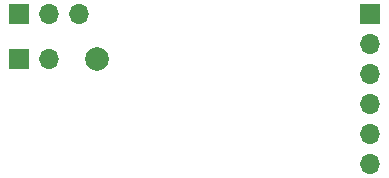
<source format=gbr>
%TF.GenerationSoftware,KiCad,Pcbnew,(5.1.9)-1*%
%TF.CreationDate,2021-10-20T11:11:32-07:00*%
%TF.ProjectId,LED-Controller-ESP-12F,4c45442d-436f-46e7-9472-6f6c6c65722d,A*%
%TF.SameCoordinates,Original*%
%TF.FileFunction,Soldermask,Bot*%
%TF.FilePolarity,Negative*%
%FSLAX46Y46*%
G04 Gerber Fmt 4.6, Leading zero omitted, Abs format (unit mm)*
G04 Created by KiCad (PCBNEW (5.1.9)-1) date 2021-10-20 11:11:32*
%MOMM*%
%LPD*%
G01*
G04 APERTURE LIST*
%ADD10R,1.700000X1.700000*%
%ADD11O,1.700000X1.700000*%
%ADD12C,2.000000*%
G04 APERTURE END LIST*
D10*
%TO.C,J1*%
X111252000Y-105664000D03*
D11*
X113792000Y-105664000D03*
%TD*%
D10*
%TO.C,J2*%
X111252000Y-101854000D03*
D11*
X113792000Y-101854000D03*
X116332000Y-101854000D03*
%TD*%
D10*
%TO.C,J3*%
X140970000Y-101854000D03*
D11*
X140970000Y-104394000D03*
X140970000Y-106934000D03*
X140970000Y-109474000D03*
X140970000Y-112014000D03*
X140970000Y-114554000D03*
%TD*%
D12*
%TO.C,TP1*%
X117856000Y-105664000D03*
%TD*%
M02*

</source>
